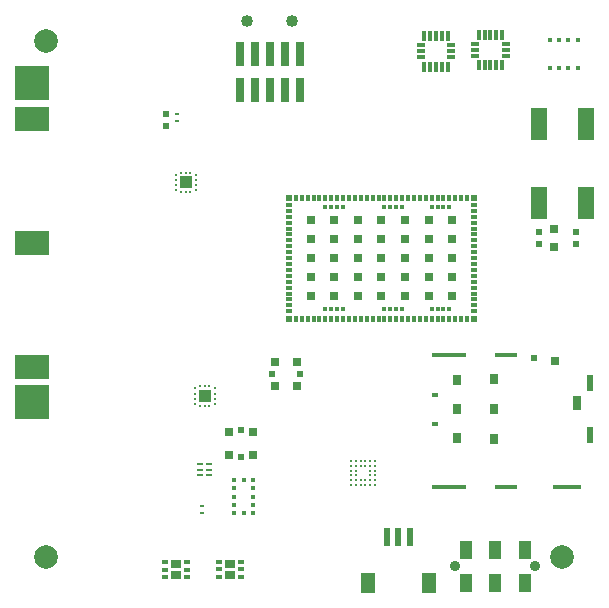
<source format=gbr>
%TF.GenerationSoftware,Altium Limited,Altium Designer,20.1.11 (218)*%
G04 Layer_Color=255*
%FSLAX45Y45*%
%MOMM*%
%TF.SameCoordinates,A720D921-2E1A-4B1E-B03F-C1F3B01285F1*%
%TF.FilePolarity,Positive*%
%TF.FileFunction,Pads,Top*%
%TF.Part,Single*%
G01*
G75*
%TA.AperFunction,BGAPad,CuDef*%
%ADD11R,0.40000X0.40000*%
%TA.AperFunction,ConnectorPad*%
%ADD12R,1.00000X1.60000*%
%TA.AperFunction,SMDPad,CuDef*%
%ADD13C,2.00000*%
%TA.AperFunction,BGAPad,CuDef*%
%ADD14R,0.35000X0.35000*%
%TA.AperFunction,SMDPad,CuDef*%
%ADD15R,0.30000X0.27000*%
%ADD16R,0.50000X0.60000*%
%TA.AperFunction,BGAPad,CuDef*%
%ADD17R,0.80000X0.80000*%
%TA.AperFunction,SMDPad,CuDef*%
%ADD18R,0.30000X0.54000*%
%ADD19R,0.54000X0.54000*%
%ADD20R,0.54000X0.30000*%
%TA.AperFunction,BGAPad,CuDef*%
%ADD21R,0.30000X0.30000*%
%TA.AperFunction,SMDPad,CuDef*%
%ADD22R,2.90000X0.45000*%
%ADD23R,1.90000X0.45000*%
%ADD24R,2.40000X0.45000*%
%ADD25R,0.65000X1.20000*%
%ADD26R,0.50000X1.40000*%
%ADD27R,0.70000X0.75000*%
%ADD28R,0.60000X0.60000*%
%ADD29R,0.60000X0.30000*%
%ADD30R,0.70000X0.90000*%
%TA.AperFunction,BGAPad,CuDef*%
%ADD31C,0.21000*%
%TA.AperFunction,SMDPad,CuDef*%
%ADD32R,1.20000X1.80000*%
%ADD33R,0.60000X1.55000*%
%ADD34R,0.58000X0.50000*%
%ADD35R,0.80000X0.75000*%
%ADD36R,0.55000X0.60000*%
%ADD37R,1.40000X2.75000*%
%ADD38R,1.39000X2.75000*%
%ADD39R,0.80000X0.80000*%
%ADD40R,0.80000X0.30000*%
%ADD41R,0.30000X0.92500*%
%ADD42R,0.52500X0.25000*%
%ADD43R,0.50000X0.58000*%
%ADD44R,0.75000X0.80000*%
%ADD45R,1.00000X1.00000*%
%ADD46R,0.25000X0.23000*%
%ADD47R,0.23000X0.25000*%
%ADD48R,3.00000X3.00000*%
%ADD49R,3.00000X2.00000*%
%ADD50R,0.55000X0.42000*%
%ADD51R,0.92000X0.71000*%
%TA.AperFunction,ConnectorPad*%
%ADD52R,0.76000X2.03000*%
%TA.AperFunction,ComponentPad*%
%ADD59C,0.90000*%
%ADD60C,1.02000*%
D11*
X4820000Y4699998D02*
D03*
X4740000D02*
D03*
X4660001D02*
D03*
X4580001D02*
D03*
Y4459999D02*
D03*
X4660001D02*
D03*
X4740000D02*
D03*
X4820000D02*
D03*
D12*
X4370002Y100002D02*
D03*
X3869998D02*
D03*
X4120000D02*
D03*
Y380002D02*
D03*
X3869998D02*
D03*
X4370002D02*
D03*
D13*
X4685000Y315000D02*
D03*
X315000D02*
D03*
Y4685000D02*
D03*
D14*
X1989996Y692463D02*
D03*
Y967458D02*
D03*
X2067491Y692463D02*
D03*
Y761662D02*
D03*
Y900062D02*
D03*
Y830862D02*
D03*
Y967458D02*
D03*
X1912495D02*
D03*
Y830862D02*
D03*
Y900062D02*
D03*
Y761662D02*
D03*
Y692463D02*
D03*
D15*
X1640000Y690000D02*
D03*
Y746997D02*
D03*
X1430006Y4011493D02*
D03*
Y4068491D02*
D03*
D16*
X1330001Y3970002D02*
D03*
Y4070002D02*
D03*
D17*
X3757003Y2529996D02*
D03*
Y2689996D02*
D03*
Y3010000D02*
D03*
Y2850001D02*
D03*
Y3170000D02*
D03*
X3557003D02*
D03*
Y2850001D02*
D03*
Y3010000D02*
D03*
Y2689996D02*
D03*
Y2529996D02*
D03*
X3357003D02*
D03*
Y2689996D02*
D03*
Y3010000D02*
D03*
Y2850001D02*
D03*
Y3170000D02*
D03*
X2957004Y2529996D02*
D03*
Y2689996D02*
D03*
Y3010000D02*
D03*
Y2850001D02*
D03*
Y3170000D02*
D03*
X3157004Y2529996D02*
D03*
Y2689996D02*
D03*
Y3010000D02*
D03*
Y2850001D02*
D03*
Y3170000D02*
D03*
X2757005Y2529996D02*
D03*
Y2689996D02*
D03*
Y3010000D02*
D03*
Y2850001D02*
D03*
Y3170000D02*
D03*
X2557000Y2689996D02*
D03*
Y3010000D02*
D03*
Y2850001D02*
D03*
Y3170000D02*
D03*
Y2529996D02*
D03*
D18*
X3882001Y2337998D02*
D03*
X3832004D02*
D03*
X3782001D02*
D03*
X3732004D02*
D03*
X3682002D02*
D03*
X3632004D02*
D03*
X3582002D02*
D03*
X3532004D02*
D03*
X3482002D02*
D03*
X3432005D02*
D03*
X3382002D02*
D03*
X3332005D02*
D03*
X3282002D02*
D03*
X3232005D02*
D03*
X3182003D02*
D03*
X3132000D02*
D03*
X3082003D02*
D03*
X3032000D02*
D03*
X2982003D02*
D03*
X2932000D02*
D03*
X2882003D02*
D03*
X2832001D02*
D03*
X2782003D02*
D03*
X2732001D02*
D03*
X2682004D02*
D03*
X2632001D02*
D03*
X2582004D02*
D03*
X2532001D02*
D03*
X2482004D02*
D03*
X2432001D02*
D03*
X2482004Y3361999D02*
D03*
X2532006D02*
D03*
X2582004D02*
D03*
X2632006D02*
D03*
X2682004D02*
D03*
X2732006D02*
D03*
X2782003D02*
D03*
X2832006D02*
D03*
X2882003D02*
D03*
X2932006D02*
D03*
X2982003D02*
D03*
X3032005D02*
D03*
X3082003D02*
D03*
X3132005D02*
D03*
X3182003D02*
D03*
X3232005D02*
D03*
X3282007D02*
D03*
X3332005D02*
D03*
X3382007D02*
D03*
X3432005D02*
D03*
X3482007D02*
D03*
X3532004D02*
D03*
X3582007D02*
D03*
X3632004D02*
D03*
X3682007D02*
D03*
X3732004D02*
D03*
X3782006D02*
D03*
X3832004D02*
D03*
X3882006D02*
D03*
X2432007D02*
D03*
D19*
X3944003Y2337998D02*
D03*
X2370000D02*
D03*
X3944003Y3361999D02*
D03*
X2370000D02*
D03*
D20*
Y2399999D02*
D03*
Y2449996D02*
D03*
Y2499999D02*
D03*
Y2549996D02*
D03*
Y2599999D02*
D03*
Y2649996D02*
D03*
Y2699998D02*
D03*
Y2749996D02*
D03*
Y2799998D02*
D03*
Y2850001D02*
D03*
Y2899998D02*
D03*
Y3000003D02*
D03*
Y3050000D02*
D03*
Y3100003D02*
D03*
Y3150000D02*
D03*
Y3200002D02*
D03*
Y3250000D02*
D03*
Y3300002D02*
D03*
X3944003Y3249995D02*
D03*
Y3199997D02*
D03*
Y3149995D02*
D03*
Y3099998D02*
D03*
Y3049995D02*
D03*
Y2999998D02*
D03*
Y2949995D02*
D03*
Y2899998D02*
D03*
Y2849996D02*
D03*
Y2799998D02*
D03*
Y2749996D02*
D03*
Y2699993D02*
D03*
Y2649996D02*
D03*
Y2599994D02*
D03*
Y2549996D02*
D03*
Y2499994D02*
D03*
Y2449996D02*
D03*
Y2399994D02*
D03*
X2370000Y2950000D02*
D03*
X3944003Y3299997D02*
D03*
D21*
X3732004Y2415000D02*
D03*
X3632004D02*
D03*
X3682002D02*
D03*
X3582002D02*
D03*
X3182003D02*
D03*
X3282002D02*
D03*
X3232000D02*
D03*
X3332005D02*
D03*
X2832001D02*
D03*
X2682004D02*
D03*
X2782003D02*
D03*
X2732001D02*
D03*
X3732004Y3284996D02*
D03*
X3632004D02*
D03*
X3682002D02*
D03*
X3582002D02*
D03*
X3182003D02*
D03*
X3282002D02*
D03*
X3232000D02*
D03*
X3332005D02*
D03*
X2832001D02*
D03*
X2682004D02*
D03*
X2782003D02*
D03*
X2732001D02*
D03*
D22*
X3724997Y912502D02*
D03*
Y2030000D02*
D03*
D23*
X4210000Y912502D02*
D03*
Y2030000D02*
D03*
D24*
X4725000Y912502D02*
D03*
D25*
X4812498Y1625500D02*
D03*
D26*
X4919996Y1350499D02*
D03*
Y1790503D02*
D03*
D27*
X4625000Y1980003D02*
D03*
D28*
X4445001Y2007501D02*
D03*
D29*
X3610001Y1448503D02*
D03*
Y1692500D02*
D03*
D30*
X3795000Y1326501D02*
D03*
Y1570499D02*
D03*
Y1814501D02*
D03*
X4111997Y1316499D02*
D03*
Y1570499D02*
D03*
Y1824499D02*
D03*
D31*
X3100002Y930002D02*
D03*
X3060002D02*
D03*
X3020002D02*
D03*
X2980002D02*
D03*
X2940003D02*
D03*
X2900003D02*
D03*
X3100002Y970002D02*
D03*
X3060002D02*
D03*
X3020002D02*
D03*
X2980002D02*
D03*
X2940003D02*
D03*
X2900003D02*
D03*
X3100002Y1010002D02*
D03*
X3060002D02*
D03*
X2940003D02*
D03*
X2900003D02*
D03*
X3100002Y1050002D02*
D03*
X3060002D02*
D03*
X2940003D02*
D03*
X2900003D02*
D03*
X3100002Y1090002D02*
D03*
X3060002D02*
D03*
X3020002D02*
D03*
X2980002D02*
D03*
X2940003D02*
D03*
X2900003D02*
D03*
X3100002Y1130002D02*
D03*
X3060002D02*
D03*
X3020002D02*
D03*
X2980002D02*
D03*
X2940003D02*
D03*
X2900003D02*
D03*
D32*
X3560004Y100000D02*
D03*
X3040000D02*
D03*
D33*
X3299999Y487497D02*
D03*
X3200000D02*
D03*
X3399999D02*
D03*
D34*
X2465998Y1869998D02*
D03*
X2234000D02*
D03*
D35*
X2445002Y1767499D02*
D03*
Y1972502D02*
D03*
X2255000D02*
D03*
Y1767499D02*
D03*
D36*
X4800003Y2970000D02*
D03*
Y3070000D02*
D03*
X4490000Y2969999D02*
D03*
Y3069999D02*
D03*
D37*
X4890002Y3987502D02*
D03*
X4490002D02*
D03*
X4890002Y3312502D02*
D03*
D38*
X4490002D02*
D03*
D39*
X4619998Y2945002D02*
D03*
Y3094999D02*
D03*
D40*
X3747502Y4649998D02*
D03*
Y4600001D02*
D03*
Y4549998D02*
D03*
X3492501D02*
D03*
Y4600001D02*
D03*
Y4649998D02*
D03*
X3952502Y4659998D02*
D03*
Y4610001D02*
D03*
Y4559998D02*
D03*
X4207498D02*
D03*
Y4610001D02*
D03*
Y4659998D02*
D03*
D41*
X3719999Y4471248D02*
D03*
X3670001D02*
D03*
X3619999D02*
D03*
X3570001D02*
D03*
X3519999D02*
D03*
Y4728748D02*
D03*
X3570001D02*
D03*
X3619999D02*
D03*
X3670001D02*
D03*
X3719999D02*
D03*
X4180000Y4738748D02*
D03*
X4130002D02*
D03*
X4080000D02*
D03*
X4030002D02*
D03*
X3980000D02*
D03*
Y4481248D02*
D03*
X4030002D02*
D03*
X4080000D02*
D03*
X4130002D02*
D03*
X4180000D02*
D03*
D42*
X1692502Y1010000D02*
D03*
Y1060002D02*
D03*
Y1110000D02*
D03*
X1620000Y1010000D02*
D03*
Y1060002D02*
D03*
Y1110000D02*
D03*
D43*
X1970002Y1396002D02*
D03*
Y1163998D02*
D03*
D44*
X2072501Y1375001D02*
D03*
X1867498D02*
D03*
Y1184999D02*
D03*
X2072501D02*
D03*
D45*
X1500000Y3490000D02*
D03*
X1660006Y1679993D02*
D03*
D46*
X1460000Y3574501D02*
D03*
X1500000D02*
D03*
X1540000D02*
D03*
Y3405499D02*
D03*
X1500000D02*
D03*
X1460000D02*
D03*
X1620006Y1764494D02*
D03*
X1660006D02*
D03*
X1700006D02*
D03*
Y1595493D02*
D03*
X1660006D02*
D03*
X1620006D02*
D03*
D47*
X1584501Y3557503D02*
D03*
Y3512499D02*
D03*
Y3467501D02*
D03*
Y3422502D02*
D03*
X1415499D02*
D03*
Y3467501D02*
D03*
Y3512499D02*
D03*
Y3557503D02*
D03*
X1744507Y1747491D02*
D03*
Y1702493D02*
D03*
Y1657494D02*
D03*
Y1612490D02*
D03*
X1575510D02*
D03*
Y1657494D02*
D03*
Y1702493D02*
D03*
Y1747491D02*
D03*
D48*
X199999Y1630002D02*
D03*
Y4330002D02*
D03*
D49*
Y4030002D02*
D03*
Y1930001D02*
D03*
Y2980002D02*
D03*
D50*
X1325502Y277501D02*
D03*
Y212502D02*
D03*
Y147498D02*
D03*
X1514498D02*
D03*
Y212502D02*
D03*
Y277501D02*
D03*
X1780999Y279997D02*
D03*
Y214999D02*
D03*
Y150000D02*
D03*
X1970000D02*
D03*
Y214999D02*
D03*
Y279997D02*
D03*
D51*
X1420000Y260000D02*
D03*
Y164999D02*
D03*
X1875497Y262497D02*
D03*
Y167501D02*
D03*
D52*
X1956500Y4580498D02*
D03*
X2210500D02*
D03*
X2337500D02*
D03*
X2464500D02*
D03*
X1956500Y4275500D02*
D03*
X2083500D02*
D03*
X2210500D02*
D03*
X2337500D02*
D03*
X2464500D02*
D03*
X2083500Y4580498D02*
D03*
D59*
X4459999Y240002D02*
D03*
X3780000D02*
D03*
D60*
X2020000Y4860000D02*
D03*
X2401000D02*
D03*
%TF.MD5,cd63633a7ac844e71387a3c421daaf04*%
M02*

</source>
